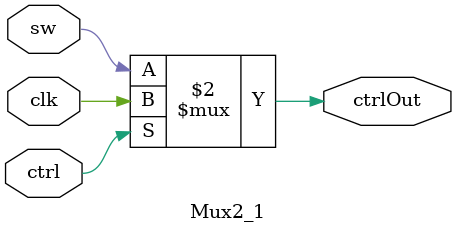
<source format=v>
`timescale 1ns / 1ps
module Mux2_1(
	input ctrl,
	input sw,clk,
	output ctrlOut
    );
	assign ctrlOut=(ctrl==1'b1)?clk:sw;

endmodule

</source>
